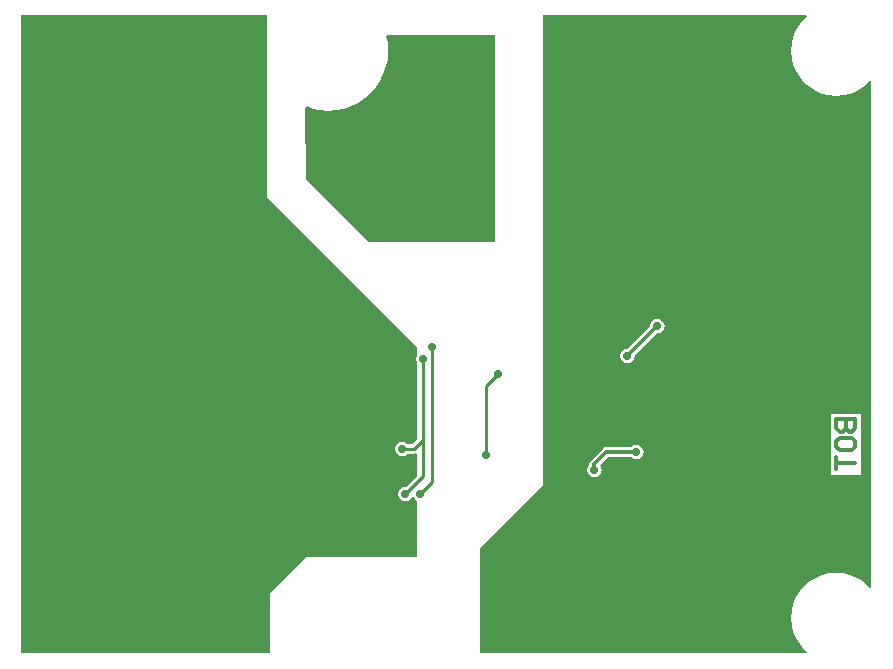
<source format=gbl>
G04 Layer_Physical_Order=2*
G04 Layer_Color=16711680*
%FSLAX25Y25*%
%MOIN*%
G70*
G01*
G75*
%ADD39C,0.01181*%
%ADD40C,0.00984*%
%ADD41C,0.01575*%
%ADD42C,0.01024*%
G04:AMPARAMS|DCode=43|XSize=232.28mil|YSize=232.28mil|CornerRadius=11.61mil|HoleSize=0mil|Usage=FLASHONLY|Rotation=270.000|XOffset=0mil|YOffset=0mil|HoleType=Round|Shape=RoundedRectangle|*
%AMROUNDEDRECTD43*
21,1,0.23228,0.20906,0,0,270.0*
21,1,0.20906,0.23228,0,0,270.0*
1,1,0.02323,-0.10453,-0.10453*
1,1,0.02323,-0.10453,0.10453*
1,1,0.02323,0.10453,0.10453*
1,1,0.02323,0.10453,-0.10453*
%
%ADD43ROUNDEDRECTD43*%
%ADD44C,0.02756*%
G36*
X86000Y156000D02*
X105000Y137000D01*
X136000Y106000D01*
Y103287D01*
X135760Y102928D01*
X135575Y102000D01*
X135760Y101072D01*
X136000Y100713D01*
Y75151D01*
X134370Y73521D01*
X132843D01*
X132714Y73714D01*
X131928Y74240D01*
X131000Y74424D01*
X130072Y74240D01*
X129286Y73714D01*
X128760Y72928D01*
X128576Y72000D01*
X128760Y71072D01*
X129286Y70286D01*
X130072Y69760D01*
X131000Y69576D01*
X131928Y69760D01*
X132714Y70286D01*
X132843Y70479D01*
X135000D01*
X135500Y70578D01*
X136000Y70327D01*
Y63152D01*
X132228Y59379D01*
X132000Y59425D01*
X131072Y59240D01*
X130286Y58714D01*
X129760Y57928D01*
X129576Y57000D01*
X129760Y56072D01*
X130286Y55286D01*
X131072Y54760D01*
X132000Y54576D01*
X132928Y54760D01*
X133714Y55286D01*
X134240Y56072D01*
X134245Y56098D01*
X134755D01*
X134760Y56072D01*
X135286Y55286D01*
X136000Y54808D01*
Y36000D01*
X99000Y36000D01*
X87000Y24000D01*
X87000Y3971D01*
X3971D01*
Y216501D01*
X86000D01*
X86000Y156000D01*
D02*
G37*
G36*
X265770Y216032D02*
X264968Y215347D01*
X263437Y213555D01*
X262205Y211545D01*
X261303Y209367D01*
X260753Y207074D01*
X260568Y204724D01*
X260753Y202374D01*
X261303Y200082D01*
X262205Y197904D01*
X263437Y195894D01*
X264968Y194102D01*
X266760Y192571D01*
X268770Y191339D01*
X270948Y190437D01*
X273240Y189887D01*
X275590Y189702D01*
X277941Y189887D01*
X280233Y190437D01*
X282411Y191339D01*
X284421Y192571D01*
X286213Y194102D01*
X286898Y194904D01*
X287368Y194731D01*
Y25741D01*
X286898Y25568D01*
X286213Y26371D01*
X284421Y27902D01*
X282411Y29133D01*
X280233Y30035D01*
X277941Y30586D01*
X275590Y30771D01*
X273240Y30586D01*
X270948Y30035D01*
X268770Y29133D01*
X266760Y27902D01*
X264968Y26371D01*
X263437Y24578D01*
X262205Y22568D01*
X261303Y20390D01*
X260753Y18098D01*
X260568Y15748D01*
X260753Y13398D01*
X261303Y11106D01*
X262205Y8928D01*
X263437Y6918D01*
X264968Y5125D01*
X265770Y4440D01*
X265597Y3971D01*
X157000D01*
X157000Y39000D01*
X178000Y60000D01*
X178000Y216501D01*
X265597D01*
X265770Y216032D01*
D02*
G37*
G36*
X162000Y210000D02*
X162000Y141000D01*
X120000D01*
X99000Y162000D01*
X98616Y185808D01*
X99111Y186169D01*
X101142Y185479D01*
X103699Y184970D01*
X106299Y184800D01*
X108900Y184970D01*
X111456Y185479D01*
X113924Y186317D01*
X116261Y187469D01*
X118429Y188917D01*
X120388Y190636D01*
X122106Y192595D01*
X123554Y194762D01*
X124707Y197100D01*
X125545Y199568D01*
X126053Y202124D01*
X126224Y204724D01*
X126053Y207325D01*
X125621Y209500D01*
X126021Y210000D01*
X162000Y210000D01*
D02*
G37*
%LPC*%
G36*
X283781Y83781D02*
X273922D01*
Y63426D01*
X283781D01*
Y83781D01*
D02*
G37*
G36*
X216000Y115425D02*
X215072Y115240D01*
X214286Y114714D01*
X213760Y113928D01*
X213576Y113000D01*
X213597Y112891D01*
X206109Y105403D01*
X206000Y105424D01*
X205072Y105240D01*
X204286Y104714D01*
X203760Y103928D01*
X203575Y103000D01*
X203760Y102072D01*
X204286Y101286D01*
X205072Y100760D01*
X206000Y100575D01*
X206928Y100760D01*
X207714Y101286D01*
X208240Y102072D01*
X208424Y103000D01*
X208403Y103109D01*
X215891Y110597D01*
X216000Y110575D01*
X216928Y110760D01*
X217714Y111286D01*
X218240Y112072D01*
X218425Y113000D01*
X218240Y113928D01*
X217714Y114714D01*
X216928Y115240D01*
X216000Y115425D01*
D02*
G37*
G36*
X209000Y73425D02*
X208072Y73240D01*
X207286Y72714D01*
X207224Y72622D01*
X199000D01*
X198379Y72498D01*
X197853Y72147D01*
X193853Y68147D01*
X193502Y67621D01*
X193378Y67000D01*
Y66776D01*
X193286Y66714D01*
X192760Y65928D01*
X192576Y65000D01*
X192760Y64072D01*
X193286Y63286D01*
X194072Y62760D01*
X195000Y62576D01*
X195928Y62760D01*
X196714Y63286D01*
X197240Y64072D01*
X197424Y65000D01*
X197240Y65928D01*
X196832Y66539D01*
X199672Y69378D01*
X207224D01*
X207286Y69286D01*
X208072Y68760D01*
X209000Y68576D01*
X209928Y68760D01*
X210714Y69286D01*
X211240Y70072D01*
X211424Y71000D01*
X211240Y71928D01*
X210714Y72714D01*
X209928Y73240D01*
X209000Y73425D01*
D02*
G37*
%LPD*%
D39*
X206000Y103000D02*
X216000Y113000D01*
X199000Y71000D02*
X209000D01*
X195000Y67000D02*
X199000Y71000D01*
X195000Y65000D02*
Y67000D01*
X275703Y82000D02*
X282000D01*
Y78851D01*
X280950Y77802D01*
X279901D01*
X278851Y78851D01*
Y82000D01*
Y78851D01*
X277802Y77802D01*
X276752D01*
X275703Y78851D01*
Y82000D01*
Y72554D02*
Y74653D01*
X276752Y75703D01*
X280950D01*
X282000Y74653D01*
Y72554D01*
X280950Y71505D01*
X276752D01*
X275703Y72554D01*
Y69406D02*
Y65207D01*
Y67307D01*
X282000D01*
D40*
X159000Y70000D02*
Y93000D01*
X163000Y97000D01*
X138000Y75000D02*
Y102000D01*
Y63000D02*
Y75000D01*
X135000Y72000D02*
X138000Y75000D01*
X131000Y72000D02*
X135000D01*
X132000Y57000D02*
X138000Y63000D01*
D41*
X58000Y208000D02*
X84000D01*
X54000Y186000D02*
Y204000D01*
X58000Y208000D01*
X54000Y176000D02*
Y186000D01*
Y166000D02*
Y176000D01*
Y156000D02*
Y166000D01*
Y146000D02*
Y156000D01*
Y136000D02*
Y146000D01*
Y126000D02*
Y136000D01*
Y116000D02*
Y126000D01*
Y106000D02*
Y116000D01*
Y96000D02*
Y106000D01*
Y86000D02*
Y96000D01*
Y76000D02*
Y86000D01*
Y66000D02*
Y76000D01*
Y56000D02*
Y66000D01*
Y46000D02*
Y56000D01*
Y36000D02*
Y46000D01*
Y26000D02*
Y36000D01*
Y16000D02*
Y26000D01*
D42*
X141000Y61000D02*
Y106000D01*
X137000Y57000D02*
X141000Y61000D01*
D43*
X114000Y75000D02*
D03*
D44*
X129000Y207000D02*
D03*
X103000Y182000D02*
D03*
X159000Y206000D02*
D03*
X141000Y147000D02*
D03*
X157000Y149000D02*
D03*
X153000D02*
D03*
X149000D02*
D03*
X145000D02*
D03*
X216000Y113000D02*
D03*
X209000Y71000D02*
D03*
X206000Y103000D02*
D03*
X259000Y133000D02*
D03*
X190000Y98000D02*
D03*
X193000Y202000D02*
D03*
X141000Y106000D02*
D03*
X138000Y102000D02*
D03*
X131000Y72000D02*
D03*
X132000Y57000D02*
D03*
X137000D02*
D03*
X235000Y37000D02*
D03*
X234000Y47000D02*
D03*
X220043Y37882D02*
D03*
X235705Y72882D02*
D03*
X256000Y133000D02*
D03*
X225000Y195000D02*
D03*
X227000Y89000D02*
D03*
Y142000D02*
D03*
X214000Y90000D02*
D03*
X174980Y43882D02*
D03*
X194480Y171382D02*
D03*
Y167382D02*
D03*
Y163382D02*
D03*
X213480Y171382D02*
D03*
Y167382D02*
D03*
Y163382D02*
D03*
X210480Y160382D02*
D03*
X197480D02*
D03*
X201480D02*
D03*
X206480D02*
D03*
X54000Y26000D02*
D03*
Y16000D02*
D03*
Y36000D02*
D03*
Y46000D02*
D03*
Y56000D02*
D03*
Y66000D02*
D03*
Y76000D02*
D03*
Y86000D02*
D03*
Y96000D02*
D03*
Y106000D02*
D03*
Y116000D02*
D03*
Y126000D02*
D03*
Y136000D02*
D03*
Y146000D02*
D03*
Y156000D02*
D03*
Y166000D02*
D03*
Y176000D02*
D03*
Y186000D02*
D03*
X58000Y208000D02*
D03*
X84000D02*
D03*
X259000Y100000D02*
D03*
X199000Y66000D02*
D03*
X195000Y65000D02*
D03*
X213000Y64000D02*
D03*
X159000Y70000D02*
D03*
X163000Y97000D02*
D03*
M02*

</source>
